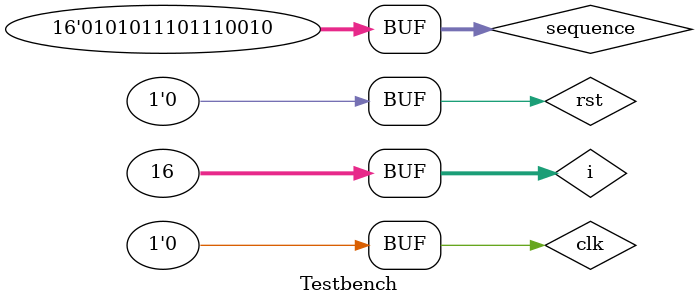
<source format=v>
`timescale 1ns / 1ps


module Testbench;

	// Inputs
	reg clk;
	reg rst;
	reg inp;
	
	reg[15:0] sequence;
	integer i;

	// Outputs
	wire outp;

	// Instantiate the Unit Under Test (UUT)
	FSM_Mealy uut (
		.clk(clk), 
		.rst(rst), 
		.inp(inp), 
		.outp(outp)
	);

	initial
	begin
		// Initialize Inputs
		clk = 0;
		rst = 0;
		inp = 0;

		 clk = 0;
       rst = 1;
       sequence = 16'b0101_0111_0111_0010;
		 #5 rst = 0;

		for( i = 0; i <= 15; i = i + 1)
			begin
				inp = sequence[i];
				#2 clk = 1;
				#2 clk = 0;
      
			end
   test2;

	end
	
	task test2;
   for( i = 0; i <= 15; i = i + 1)
		begin
			inp = $random % 2;
			#2 clk = 1;
			#2 clk = 0;
      
		end
	endtask
      
endmodule


</source>
